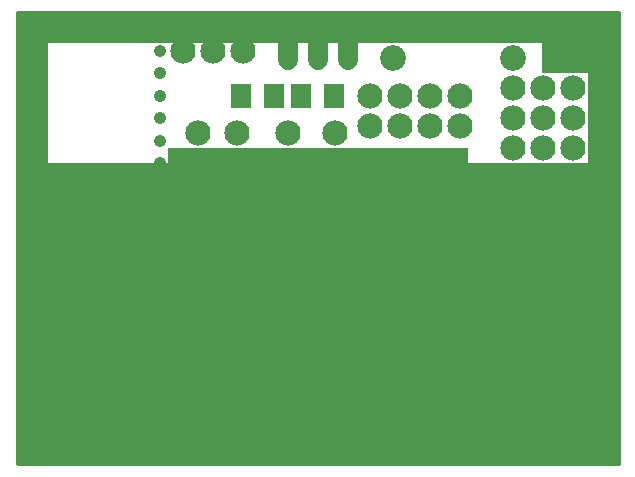
<source format=gts>
G75*
%MOIN*%
%OFA0B0*%
%FSLAX25Y25*%
%IPPOS*%
%LPD*%
%AMOC8*
5,1,8,0,0,1.08239X$1,22.5*
%
%ADD10C,0.01600*%
%ADD11R,0.22500X0.10000*%
%ADD12R,1.00000X0.12500*%
%ADD13R,2.00000X1.00000*%
%ADD14R,2.00000X0.10000*%
%ADD15R,0.10000X0.40000*%
%ADD16C,0.00000*%
%ADD17R,0.20800X0.09800*%
%ADD18R,0.09800X0.20800*%
%ADD19R,0.07898X0.07099*%
%ADD20R,0.07099X0.07898*%
%ADD21C,0.08600*%
%ADD22C,0.06800*%
%ADD23C,0.04100*%
%ADD24C,0.05600*%
%ADD25C,0.08400*%
%ADD26OC8,0.06650*%
D10*
X0167772Y0112602D02*
X0367772Y0112602D01*
X0367772Y0262602D01*
X0167772Y0262602D01*
X0167772Y0112602D01*
D11*
X0354022Y0247602D03*
D12*
X0267772Y0211352D03*
D13*
X0267772Y0162602D03*
D14*
X0267772Y0257602D03*
D15*
X0172772Y0232602D03*
X0362772Y0232602D03*
D16*
X0367772Y0212102D02*
X0367772Y0168102D01*
X0289772Y0112602D02*
X0245772Y0112602D01*
X0167772Y0168102D02*
X0167772Y0212102D01*
D17*
X0177872Y0207502D03*
X0177872Y0190102D03*
X0177872Y0172702D03*
X0357672Y0172702D03*
X0357672Y0190102D03*
X0357672Y0207502D03*
D18*
X0285172Y0122702D03*
X0267772Y0122702D03*
X0250372Y0122702D03*
D19*
X0197772Y0139504D03*
X0187772Y0139504D03*
X0187772Y0150701D03*
X0197772Y0150701D03*
D20*
X0242173Y0235102D03*
X0253370Y0235102D03*
X0262173Y0235102D03*
X0273370Y0235102D03*
D21*
X0292772Y0247602D03*
X0332772Y0247602D03*
D22*
X0277772Y0247102D02*
X0277772Y0253102D01*
X0267772Y0253102D02*
X0267772Y0247102D01*
X0257772Y0247102D02*
X0257772Y0253102D01*
D23*
X0215272Y0250102D03*
X0215272Y0242602D03*
X0215272Y0235102D03*
X0215272Y0227602D03*
X0215272Y0220102D03*
X0215272Y0212602D03*
X0215272Y0205102D03*
X0207772Y0205102D03*
X0200272Y0205102D03*
X0192772Y0205102D03*
X0185272Y0205102D03*
X0177772Y0205102D03*
X0177772Y0175102D03*
X0185272Y0175102D03*
X0192772Y0175102D03*
X0200272Y0175102D03*
X0207772Y0175102D03*
X0215272Y0175102D03*
X0222772Y0175102D03*
X0230272Y0175102D03*
X0237772Y0175102D03*
X0245272Y0175102D03*
X0245272Y0167602D03*
X0245272Y0160102D03*
X0245272Y0152602D03*
X0245272Y0145102D03*
X0245272Y0137602D03*
X0245272Y0130102D03*
X0252772Y0130102D03*
X0252772Y0137602D03*
X0252772Y0122602D03*
X0245272Y0122602D03*
X0282772Y0122602D03*
X0282772Y0130102D03*
X0282772Y0137602D03*
X0290272Y0145102D03*
X0290272Y0152602D03*
X0290272Y0160102D03*
X0290272Y0167602D03*
X0290272Y0175102D03*
X0297772Y0175102D03*
X0305272Y0175102D03*
X0312772Y0175102D03*
X0320272Y0175102D03*
X0327772Y0175102D03*
X0335272Y0175102D03*
X0342772Y0175102D03*
X0350272Y0175102D03*
X0357772Y0175102D03*
X0355272Y0205102D03*
X0347772Y0205102D03*
X0340272Y0205102D03*
X0332772Y0205102D03*
X0325272Y0205102D03*
X0317772Y0205102D03*
X0310272Y0202602D03*
X0310272Y0207602D03*
X0310272Y0212602D03*
X0290272Y0207602D03*
X0280272Y0207602D03*
X0270272Y0202602D03*
X0265272Y0202602D03*
X0225272Y0202602D03*
X0225272Y0207602D03*
X0225272Y0212602D03*
D24*
X0235272Y0207602D03*
X0240272Y0202602D03*
X0245272Y0207602D03*
X0250272Y0212602D03*
X0255272Y0207602D03*
X0250272Y0202602D03*
X0240272Y0212602D03*
X0298874Y0166224D03*
X0308874Y0166224D03*
X0318874Y0166224D03*
X0328874Y0166224D03*
X0338874Y0166224D03*
X0338874Y0156224D03*
X0348874Y0156224D03*
X0348874Y0146224D03*
X0338874Y0146224D03*
X0328874Y0146224D03*
X0318874Y0146224D03*
X0308874Y0146224D03*
X0298874Y0146224D03*
X0298874Y0156224D03*
X0308874Y0156224D03*
X0318874Y0156224D03*
X0328874Y0156224D03*
X0325252Y0136224D03*
X0333126Y0136224D03*
X0341000Y0136224D03*
X0348874Y0136224D03*
X0356748Y0136224D03*
X0362772Y0137602D03*
X0358874Y0146224D03*
X0358874Y0156224D03*
X0362772Y0167602D03*
X0317378Y0136224D03*
X0309504Y0136224D03*
X0301630Y0136224D03*
X0301630Y0128350D03*
X0309504Y0128350D03*
X0317378Y0128350D03*
X0325252Y0128350D03*
X0333126Y0128350D03*
X0341000Y0128350D03*
X0348874Y0128350D03*
X0356748Y0128350D03*
X0362772Y0127602D03*
X0356748Y0120476D03*
X0362772Y0117602D03*
X0348874Y0120476D03*
X0341000Y0120476D03*
X0333126Y0120476D03*
X0325252Y0120476D03*
X0317378Y0120476D03*
X0309504Y0120476D03*
X0302772Y0117602D03*
X0295272Y0117602D03*
X0287772Y0117602D03*
X0247772Y0117602D03*
X0237772Y0117602D03*
X0227772Y0117602D03*
X0217772Y0117602D03*
X0207772Y0117602D03*
X0197772Y0117602D03*
X0187772Y0117602D03*
X0177772Y0117602D03*
X0172772Y0135102D03*
X0172772Y0145102D03*
X0172772Y0155102D03*
X0172772Y0165102D03*
X0172772Y0175102D03*
X0172772Y0205102D03*
X0172772Y0215102D03*
X0172772Y0225102D03*
X0172772Y0235102D03*
X0172772Y0245102D03*
X0172772Y0255102D03*
X0182772Y0257602D03*
X0192772Y0257602D03*
X0202772Y0257602D03*
X0212772Y0257602D03*
X0222772Y0257602D03*
X0232772Y0257602D03*
X0242772Y0257602D03*
X0292772Y0257602D03*
X0302772Y0257602D03*
X0312772Y0257602D03*
X0322772Y0257602D03*
X0332772Y0257602D03*
X0342772Y0257602D03*
X0352772Y0257602D03*
X0362772Y0257602D03*
X0362772Y0237602D03*
X0362772Y0227602D03*
X0362772Y0217602D03*
X0362772Y0207602D03*
D25*
X0352772Y0217602D03*
X0342772Y0217602D03*
X0332772Y0217602D03*
X0332772Y0227602D03*
X0342772Y0227602D03*
X0352772Y0227602D03*
X0352772Y0237602D03*
X0342772Y0237602D03*
X0332772Y0237602D03*
X0315272Y0235102D03*
X0305272Y0235102D03*
X0305272Y0225102D03*
X0315272Y0225102D03*
X0295272Y0225102D03*
X0285272Y0225102D03*
X0285272Y0235102D03*
X0295272Y0235102D03*
X0273572Y0222702D03*
X0257772Y0222602D03*
X0241072Y0222702D03*
X0227772Y0222602D03*
X0232772Y0250102D03*
X0242772Y0250102D03*
X0222772Y0250102D03*
X0227772Y0155102D03*
X0227772Y0145102D03*
X0217772Y0145102D03*
X0207772Y0145102D03*
X0207772Y0155102D03*
X0217772Y0155102D03*
X0217772Y0135102D03*
X0207772Y0135102D03*
X0207772Y0125102D03*
X0217772Y0125102D03*
X0227772Y0125102D03*
X0227772Y0135102D03*
X0197772Y0125102D03*
X0187772Y0125102D03*
X0177772Y0125102D03*
D26*
X0187772Y0160102D03*
X0197772Y0160102D03*
M02*

</source>
